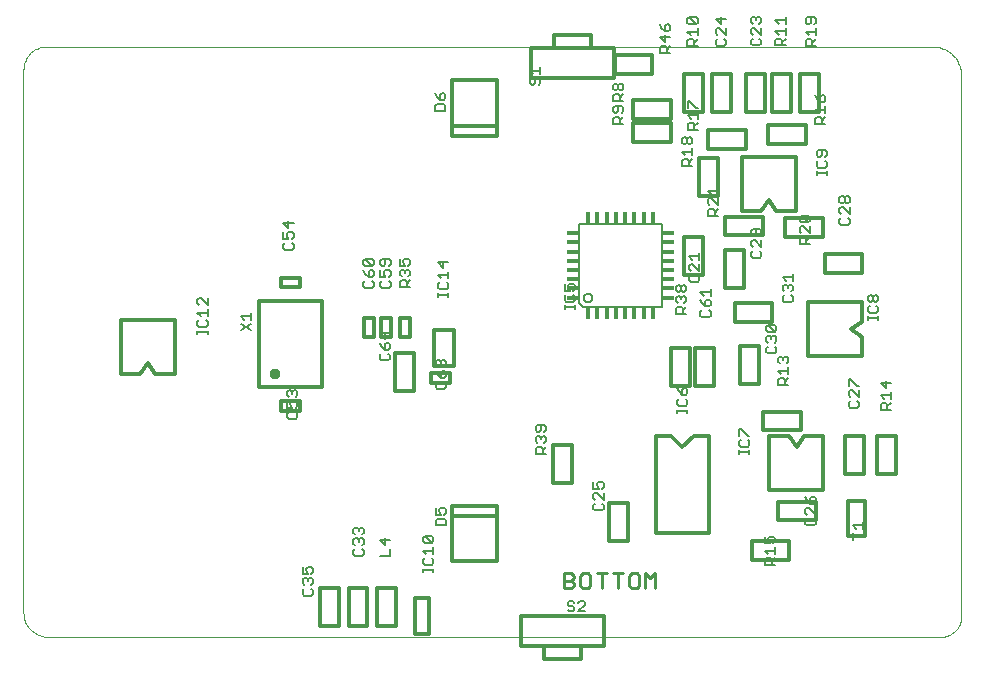
<source format=gbo>
G75*
G70*
%OFA0B0*%
%FSLAX24Y24*%
%IPPOS*%
%LPD*%
%AMOC8*
5,1,8,0,0,1.08239X$1,22.5*
%
%ADD10C,0.0090*%
%ADD11C,0.0000*%
%ADD12C,0.0118*%
%ADD13C,0.0050*%
%ADD14C,0.0060*%
%ADD15R,0.0390X0.0180*%
%ADD16R,0.0390X0.0180*%
%ADD17R,0.0180X0.0390*%
%ADD18R,0.0180X0.0390*%
%ADD19C,0.0375*%
D10*
X021592Y002532D02*
X021843Y002532D01*
X021926Y002615D01*
X021926Y002699D01*
X021843Y002782D01*
X021592Y002782D01*
X021592Y002532D02*
X021592Y003033D01*
X021843Y003033D01*
X021926Y002949D01*
X021926Y002866D01*
X021843Y002782D01*
X022136Y002615D02*
X022219Y002532D01*
X022386Y002532D01*
X022470Y002615D01*
X022470Y002949D01*
X022386Y003033D01*
X022219Y003033D01*
X022136Y002949D01*
X022136Y002615D01*
X022680Y003033D02*
X023014Y003033D01*
X022847Y003033D02*
X022847Y002532D01*
X023390Y002532D02*
X023390Y003033D01*
X023223Y003033D02*
X023557Y003033D01*
X023767Y002949D02*
X023767Y002615D01*
X023851Y002532D01*
X024018Y002532D01*
X024101Y002615D01*
X024101Y002949D01*
X024018Y003033D01*
X023851Y003033D01*
X023767Y002949D01*
X024311Y003033D02*
X024478Y002866D01*
X024645Y003033D01*
X024645Y002532D01*
X024311Y002532D02*
X024311Y003033D01*
D11*
X003578Y001721D02*
X003578Y019817D01*
X003580Y019872D01*
X003586Y019927D01*
X003596Y019981D01*
X003609Y020034D01*
X003627Y020086D01*
X003648Y020137D01*
X003672Y020187D01*
X003700Y020234D01*
X003732Y020279D01*
X003766Y020322D01*
X003804Y020362D01*
X003844Y020400D01*
X003887Y020434D01*
X003932Y020466D01*
X003979Y020494D01*
X004029Y020518D01*
X004080Y020539D01*
X004132Y020557D01*
X004185Y020570D01*
X004239Y020580D01*
X004294Y020586D01*
X004349Y020588D01*
X033873Y020588D01*
X033933Y020586D01*
X033994Y020580D01*
X034053Y020571D01*
X034112Y020558D01*
X034170Y020541D01*
X034227Y020520D01*
X034283Y020496D01*
X034336Y020469D01*
X034388Y020438D01*
X034438Y020404D01*
X034486Y020367D01*
X034532Y020327D01*
X034574Y020285D01*
X034614Y020239D01*
X034651Y020191D01*
X034685Y020141D01*
X034716Y020089D01*
X034743Y020036D01*
X034767Y019980D01*
X034788Y019923D01*
X034805Y019865D01*
X034818Y019806D01*
X034827Y019747D01*
X034833Y019686D01*
X034835Y019626D01*
X034834Y019626D02*
X034834Y001576D01*
X034832Y001526D01*
X034827Y001477D01*
X034817Y001428D01*
X034805Y001381D01*
X034788Y001334D01*
X034768Y001288D01*
X034745Y001245D01*
X034719Y001203D01*
X034689Y001163D01*
X034657Y001125D01*
X034622Y001090D01*
X034584Y001058D01*
X034544Y001028D01*
X034503Y001002D01*
X034459Y000979D01*
X034413Y000959D01*
X034366Y000942D01*
X034319Y000930D01*
X034270Y000920D01*
X034221Y000915D01*
X034171Y000913D01*
X004387Y000913D01*
X004332Y000915D01*
X004277Y000921D01*
X004223Y000930D01*
X004169Y000943D01*
X004116Y000960D01*
X004065Y000980D01*
X004015Y001004D01*
X003967Y001031D01*
X003921Y001061D01*
X003877Y001094D01*
X003835Y001130D01*
X003796Y001169D01*
X003760Y001211D01*
X003727Y001255D01*
X003697Y001301D01*
X003670Y001349D01*
X003646Y001399D01*
X003626Y001450D01*
X003609Y001503D01*
X003596Y001557D01*
X003587Y001611D01*
X003581Y001666D01*
X003579Y001721D01*
D12*
X013476Y001264D02*
X014106Y001264D01*
X014106Y002524D01*
X013476Y002524D01*
X013476Y001264D01*
X014414Y001264D02*
X015044Y001264D01*
X015044Y002524D01*
X014414Y002524D01*
X014414Y001264D01*
X015352Y001264D02*
X015981Y001264D01*
X015981Y002524D01*
X015352Y002524D01*
X015352Y001264D01*
X016614Y001007D02*
X017094Y001007D01*
X017094Y002207D01*
X016614Y002207D01*
X016614Y001007D01*
X020167Y000606D02*
X020916Y000606D01*
X022167Y000606D01*
X022167Y000169D01*
X020916Y000169D01*
X020916Y000606D01*
X020167Y000606D02*
X020167Y001606D01*
X022916Y001606D01*
X022916Y000606D01*
X022167Y000606D01*
X019352Y003431D02*
X017856Y003431D01*
X017856Y004947D01*
X019352Y004947D01*
X019352Y003431D01*
X019352Y004947D02*
X019352Y005281D01*
X017856Y005281D01*
X017856Y004947D01*
X021226Y006039D02*
X021856Y006039D01*
X021856Y007299D01*
X021226Y007299D01*
X021226Y006039D01*
X023102Y005361D02*
X023731Y005361D01*
X023731Y004101D01*
X023102Y004101D01*
X023102Y005361D01*
X024667Y004361D02*
X024667Y007601D01*
X025167Y007601D01*
X025167Y007607D02*
X025541Y007232D01*
X025917Y007607D01*
X025917Y007601D02*
X026417Y007601D01*
X026417Y004361D01*
X024667Y004361D01*
X027849Y004109D02*
X027849Y003479D01*
X029109Y003479D01*
X029109Y004109D01*
X027849Y004109D01*
X028724Y004791D02*
X029984Y004791D01*
X029984Y005421D01*
X028724Y005421D01*
X028724Y004791D01*
X028439Y005801D02*
X028439Y007601D01*
X029039Y007601D01*
X029104Y007607D02*
X029354Y007231D01*
X029604Y007607D01*
X029639Y007601D02*
X030239Y007601D01*
X030239Y005801D01*
X028439Y005801D01*
X030976Y006351D02*
X031606Y006351D01*
X031606Y007611D01*
X030976Y007611D01*
X030976Y006351D01*
X032039Y006351D02*
X032669Y006351D01*
X032669Y007611D01*
X032039Y007611D01*
X032039Y006351D01*
X031630Y005447D02*
X031078Y005447D01*
X031078Y004266D01*
X031630Y004266D01*
X031630Y005447D01*
X029484Y007792D02*
X028224Y007792D01*
X028224Y008422D01*
X029484Y008422D01*
X029484Y007792D01*
X028106Y009351D02*
X027476Y009351D01*
X027476Y010611D01*
X028106Y010611D01*
X028106Y009351D01*
X026606Y009289D02*
X026606Y010549D01*
X025976Y010549D01*
X025976Y009289D01*
X026606Y009289D01*
X025794Y009289D02*
X025794Y010549D01*
X025164Y010549D01*
X025164Y009289D01*
X025794Y009289D01*
X027287Y011416D02*
X028546Y011416D01*
X028546Y012046D01*
X027287Y012046D01*
X027287Y011416D01*
X026976Y012539D02*
X027606Y012539D01*
X027606Y013799D01*
X026976Y013799D01*
X026976Y012539D01*
X026231Y012977D02*
X026231Y014237D01*
X025602Y014237D01*
X025602Y012977D01*
X026231Y012977D01*
X026974Y014292D02*
X028234Y014292D01*
X028234Y014922D01*
X026974Y014922D01*
X026974Y014292D01*
X027531Y015111D02*
X028131Y015111D01*
X028166Y015106D02*
X028417Y015481D01*
X028666Y015106D01*
X028731Y015111D02*
X029331Y015111D01*
X029331Y016911D01*
X027531Y016911D01*
X027531Y015111D01*
X026731Y015601D02*
X026102Y015601D01*
X026102Y016861D01*
X026731Y016861D01*
X026731Y015601D01*
X028974Y014859D02*
X028974Y014229D01*
X030234Y014229D01*
X030234Y014859D01*
X028974Y014859D01*
X030287Y013671D02*
X030287Y013041D01*
X031546Y013041D01*
X031546Y013671D01*
X030287Y013671D01*
X029737Y012084D02*
X031537Y012084D01*
X031537Y011484D01*
X031542Y011419D02*
X031167Y011169D01*
X031542Y010919D01*
X031537Y010884D02*
X031537Y010284D01*
X029737Y010284D01*
X029737Y012084D01*
X027671Y017166D02*
X026411Y017166D01*
X026411Y017796D01*
X027671Y017796D01*
X027671Y017166D01*
X028411Y017354D02*
X029671Y017354D01*
X029671Y017984D01*
X028411Y017984D01*
X028411Y017354D01*
X028294Y018414D02*
X027664Y018414D01*
X027664Y019674D01*
X028294Y019674D01*
X028294Y018414D01*
X028539Y018414D02*
X029169Y018414D01*
X029169Y019674D01*
X028539Y019674D01*
X028539Y018414D01*
X029476Y018414D02*
X030106Y018414D01*
X030106Y019674D01*
X029476Y019674D01*
X029476Y018414D01*
X027169Y018414D02*
X026539Y018414D01*
X026539Y019674D01*
X027169Y019674D01*
X027169Y018414D01*
X026231Y018414D02*
X025602Y018414D01*
X025602Y019674D01*
X026231Y019674D01*
X026231Y018414D01*
X025171Y018166D02*
X025171Y018796D01*
X023911Y018796D01*
X023911Y018166D01*
X025171Y018166D01*
X025171Y018046D02*
X023911Y018046D01*
X023911Y017416D01*
X025171Y017416D01*
X025171Y018046D01*
X024546Y019666D02*
X023287Y019666D01*
X023287Y020296D01*
X024546Y020296D01*
X024546Y019666D01*
X023251Y019541D02*
X023251Y020541D01*
X022501Y020541D01*
X021251Y020541D01*
X021251Y020979D01*
X022501Y020979D01*
X022501Y020541D01*
X023251Y019541D02*
X020501Y019541D01*
X020501Y020541D01*
X021251Y020541D01*
X019352Y019469D02*
X019352Y017953D01*
X017856Y017953D01*
X017856Y019469D01*
X019352Y019469D01*
X019352Y017953D02*
X019352Y017619D01*
X017856Y017619D01*
X017856Y017953D01*
X012794Y012889D02*
X012164Y012889D01*
X012164Y012574D01*
X012794Y012574D01*
X012794Y012889D01*
X013542Y012106D02*
X011417Y012106D01*
X011417Y009231D01*
X013542Y009231D01*
X013542Y012106D01*
X014946Y011546D02*
X015261Y011546D01*
X015261Y010916D01*
X014946Y010916D01*
X014946Y011546D01*
X015509Y011546D02*
X015824Y011546D01*
X015824Y010916D01*
X015509Y010916D01*
X015509Y011546D01*
X016134Y011546D02*
X016449Y011546D01*
X016449Y010916D01*
X016134Y010916D01*
X016134Y011546D01*
X017269Y011154D02*
X017939Y011154D01*
X017939Y009934D01*
X017269Y009934D01*
X017269Y011154D01*
X016606Y010361D02*
X015976Y010361D01*
X015976Y009101D01*
X016606Y009101D01*
X016606Y010361D01*
X017164Y009701D02*
X017164Y009387D01*
X017794Y009387D01*
X017794Y009701D01*
X017164Y009701D01*
X012794Y008764D02*
X012794Y008449D01*
X012164Y008449D01*
X012164Y008764D01*
X012794Y008764D01*
X008644Y009674D02*
X008044Y009674D01*
X007979Y009669D02*
X007729Y010044D01*
X007479Y009669D01*
X007444Y009674D02*
X006844Y009674D01*
X006844Y011474D01*
X008644Y011474D01*
X008644Y009674D01*
D13*
X009371Y011001D02*
X009371Y011116D01*
X009371Y011059D02*
X009715Y011059D01*
X009715Y011116D02*
X009715Y011001D01*
X009658Y011243D02*
X009429Y011243D01*
X009371Y011300D01*
X009371Y011415D01*
X009429Y011472D01*
X009486Y011605D02*
X009371Y011720D01*
X009715Y011720D01*
X009715Y011605D02*
X009715Y011835D01*
X009715Y011968D02*
X009486Y012197D01*
X009429Y012197D01*
X009371Y012140D01*
X009371Y012025D01*
X009429Y011968D01*
X009715Y011968D02*
X009715Y012197D01*
X009658Y011472D02*
X009715Y011415D01*
X009715Y011300D01*
X009658Y011243D01*
X010816Y011352D02*
X011160Y011123D01*
X011160Y011352D02*
X010816Y011123D01*
X010931Y011485D02*
X010816Y011600D01*
X011160Y011600D01*
X011160Y011485D02*
X011160Y011715D01*
X012296Y013807D02*
X012525Y013807D01*
X012582Y013864D01*
X012582Y013979D01*
X012525Y014036D01*
X012525Y014169D02*
X012582Y014227D01*
X012582Y014341D01*
X012525Y014399D01*
X012411Y014399D01*
X012353Y014341D01*
X012353Y014284D01*
X012411Y014169D01*
X012239Y014169D01*
X012239Y014399D01*
X012411Y014532D02*
X012411Y014761D01*
X012582Y014704D02*
X012239Y014704D01*
X012411Y014532D01*
X012296Y014036D02*
X012239Y013979D01*
X012239Y013864D01*
X012296Y013807D01*
X014909Y013440D02*
X014909Y013325D01*
X014967Y013268D01*
X015196Y013268D01*
X014967Y013497D01*
X015196Y013497D01*
X015253Y013440D01*
X015253Y013325D01*
X015196Y013268D01*
X015196Y013135D02*
X015139Y013135D01*
X015081Y013077D01*
X015081Y012906D01*
X015196Y012906D01*
X015253Y012963D01*
X015253Y013077D01*
X015196Y013135D01*
X014967Y013020D02*
X015081Y012906D01*
X014967Y013020D02*
X014909Y013135D01*
X014967Y012772D02*
X014909Y012715D01*
X014909Y012600D01*
X014967Y012543D01*
X015196Y012543D01*
X015253Y012600D01*
X015253Y012715D01*
X015196Y012772D01*
X015472Y012715D02*
X015472Y012600D01*
X015529Y012543D01*
X015759Y012543D01*
X015816Y012600D01*
X015816Y012715D01*
X015759Y012772D01*
X015759Y012906D02*
X015816Y012963D01*
X015816Y013077D01*
X015759Y013135D01*
X015644Y013135D01*
X015587Y013077D01*
X015587Y013020D01*
X015644Y012906D01*
X015472Y012906D01*
X015472Y013135D01*
X015529Y013268D02*
X015587Y013268D01*
X015644Y013325D01*
X015644Y013497D01*
X015759Y013497D02*
X015529Y013497D01*
X015472Y013440D01*
X015472Y013325D01*
X015529Y013268D01*
X015759Y013268D02*
X015816Y013325D01*
X015816Y013440D01*
X015759Y013497D01*
X016126Y013517D02*
X016126Y013288D01*
X016298Y013288D01*
X016240Y013403D01*
X016240Y013460D01*
X016298Y013517D01*
X016412Y013517D01*
X016469Y013460D01*
X016469Y013345D01*
X016412Y013288D01*
X016412Y013155D02*
X016469Y013098D01*
X016469Y012983D01*
X016412Y012926D01*
X016469Y012792D02*
X016355Y012678D01*
X016355Y012735D02*
X016355Y012563D01*
X016469Y012563D02*
X016126Y012563D01*
X016126Y012735D01*
X016183Y012792D01*
X016298Y012792D01*
X016355Y012735D01*
X016183Y012926D02*
X016126Y012983D01*
X016126Y013098D01*
X016183Y013155D01*
X016240Y013155D01*
X016298Y013098D01*
X016355Y013155D01*
X016412Y013155D01*
X016298Y013098D02*
X016298Y013040D01*
X015529Y012772D02*
X015472Y012715D01*
X014909Y013440D02*
X014967Y013497D01*
X017395Y013393D02*
X017567Y013221D01*
X017567Y013450D01*
X017739Y013393D02*
X017395Y013393D01*
X017395Y012973D02*
X017739Y012973D01*
X017739Y013087D02*
X017739Y012858D01*
X017681Y012725D02*
X017739Y012668D01*
X017739Y012553D01*
X017681Y012496D01*
X017452Y012496D01*
X017395Y012553D01*
X017395Y012668D01*
X017452Y012725D01*
X017509Y012858D02*
X017395Y012973D01*
X017395Y012369D02*
X017395Y012254D01*
X017395Y012311D02*
X017739Y012311D01*
X017739Y012254D02*
X017739Y012369D01*
X015794Y011023D02*
X015450Y011023D01*
X015622Y010851D01*
X015622Y011080D01*
X015679Y010717D02*
X015622Y010660D01*
X015622Y010488D01*
X015737Y010488D01*
X015794Y010546D01*
X015794Y010660D01*
X015737Y010717D01*
X015679Y010717D01*
X015507Y010603D02*
X015622Y010488D01*
X015507Y010603D02*
X015450Y010717D01*
X015507Y010355D02*
X015450Y010298D01*
X015450Y010183D01*
X015507Y010126D01*
X015737Y010126D01*
X015794Y010183D01*
X015794Y010298D01*
X015737Y010355D01*
X017313Y010085D02*
X017371Y010143D01*
X017428Y010143D01*
X017485Y010085D01*
X017543Y010143D01*
X017600Y010143D01*
X017657Y010085D01*
X017657Y009971D01*
X017600Y009913D01*
X017600Y009780D02*
X017543Y009780D01*
X017485Y009723D01*
X017485Y009551D01*
X017600Y009551D01*
X017657Y009608D01*
X017657Y009723D01*
X017600Y009780D01*
X017371Y009665D02*
X017485Y009551D01*
X017371Y009665D02*
X017313Y009780D01*
X017371Y009913D02*
X017313Y009971D01*
X017313Y010085D01*
X017485Y010085D02*
X017485Y010028D01*
X017371Y009418D02*
X017313Y009360D01*
X017313Y009246D01*
X017371Y009188D01*
X017600Y009188D01*
X017657Y009246D01*
X017657Y009360D01*
X017600Y009418D01*
X020653Y007911D02*
X020653Y007797D01*
X020711Y007739D01*
X020768Y007739D01*
X020825Y007797D01*
X020825Y007969D01*
X020711Y007969D02*
X020653Y007911D01*
X020711Y007969D02*
X020940Y007969D01*
X020997Y007911D01*
X020997Y007797D01*
X020940Y007739D01*
X020940Y007606D02*
X020997Y007549D01*
X020997Y007434D01*
X020940Y007377D01*
X020997Y007244D02*
X020883Y007129D01*
X020883Y007186D02*
X020883Y007014D01*
X020997Y007014D02*
X020653Y007014D01*
X020653Y007186D01*
X020711Y007244D01*
X020825Y007244D01*
X020883Y007186D01*
X020711Y007377D02*
X020653Y007434D01*
X020653Y007549D01*
X020711Y007606D01*
X020768Y007606D01*
X020825Y007549D01*
X020883Y007606D01*
X020940Y007606D01*
X020825Y007549D02*
X020825Y007491D01*
X022575Y006080D02*
X022575Y005851D01*
X022747Y005851D01*
X022690Y005965D01*
X022690Y006023D01*
X022747Y006080D01*
X022862Y006080D01*
X022919Y006023D01*
X022919Y005908D01*
X022862Y005851D01*
X022919Y005717D02*
X022919Y005488D01*
X022690Y005717D01*
X022632Y005717D01*
X022575Y005660D01*
X022575Y005546D01*
X022632Y005488D01*
X022632Y005355D02*
X022575Y005298D01*
X022575Y005183D01*
X022632Y005126D01*
X022862Y005126D01*
X022919Y005183D01*
X022919Y005298D01*
X022862Y005355D01*
X027430Y007014D02*
X027430Y007128D01*
X027430Y007071D02*
X027774Y007071D01*
X027774Y007014D02*
X027774Y007128D01*
X027717Y007255D02*
X027488Y007255D01*
X027430Y007312D01*
X027430Y007427D01*
X027488Y007484D01*
X027430Y007618D02*
X027430Y007847D01*
X027488Y007847D01*
X027717Y007618D01*
X027774Y007618D01*
X027717Y007484D02*
X027774Y007427D01*
X027774Y007312D01*
X027717Y007255D01*
X025704Y008372D02*
X025704Y008486D01*
X025704Y008429D02*
X025360Y008429D01*
X025360Y008372D02*
X025360Y008486D01*
X025417Y008613D02*
X025647Y008613D01*
X025704Y008671D01*
X025704Y008785D01*
X025647Y008843D01*
X025647Y008976D02*
X025704Y009033D01*
X025704Y009148D01*
X025647Y009205D01*
X025589Y009205D01*
X025532Y009148D01*
X025532Y008976D01*
X025647Y008976D01*
X025532Y008976D02*
X025417Y009091D01*
X025360Y009205D01*
X025417Y008843D02*
X025360Y008785D01*
X025360Y008671D01*
X025417Y008613D01*
X028335Y010413D02*
X028335Y010528D01*
X028392Y010585D01*
X028392Y010718D02*
X028335Y010775D01*
X028335Y010890D01*
X028392Y010947D01*
X028450Y010947D01*
X028507Y010890D01*
X028564Y010947D01*
X028622Y010947D01*
X028679Y010890D01*
X028679Y010775D01*
X028622Y010718D01*
X028622Y010585D02*
X028679Y010528D01*
X028679Y010413D01*
X028622Y010356D01*
X028392Y010356D01*
X028335Y010413D01*
X028726Y010195D02*
X028783Y010253D01*
X028841Y010253D01*
X028898Y010195D01*
X028955Y010253D01*
X029013Y010253D01*
X029070Y010195D01*
X029070Y010081D01*
X029013Y010024D01*
X029070Y009890D02*
X029070Y009661D01*
X029070Y009776D02*
X028726Y009776D01*
X028841Y009661D01*
X028898Y009528D02*
X028955Y009471D01*
X028955Y009299D01*
X028955Y009413D02*
X029070Y009528D01*
X028898Y009528D02*
X028783Y009528D01*
X028726Y009471D01*
X028726Y009299D01*
X029070Y009299D01*
X028783Y010024D02*
X028726Y010081D01*
X028726Y010195D01*
X028898Y010195D02*
X028898Y010138D01*
X028507Y010833D02*
X028507Y010890D01*
X028622Y011081D02*
X028392Y011310D01*
X028622Y011310D01*
X028679Y011253D01*
X028679Y011138D01*
X028622Y011081D01*
X028392Y011081D01*
X028335Y011138D01*
X028335Y011253D01*
X028392Y011310D01*
X028945Y012063D02*
X029174Y012063D01*
X029232Y012120D01*
X029232Y012235D01*
X029174Y012292D01*
X029174Y012426D02*
X029232Y012483D01*
X029232Y012598D01*
X029174Y012655D01*
X029117Y012655D01*
X029060Y012598D01*
X029060Y012540D01*
X029060Y012598D02*
X029002Y012655D01*
X028945Y012655D01*
X028888Y012598D01*
X028888Y012483D01*
X028945Y012426D01*
X028945Y012292D02*
X028888Y012235D01*
X028888Y012120D01*
X028945Y012063D01*
X029002Y012788D02*
X028888Y012903D01*
X029232Y012903D01*
X029232Y013017D02*
X029232Y012788D01*
X028179Y013600D02*
X028122Y013543D01*
X027892Y013543D01*
X027835Y013600D01*
X027835Y013715D01*
X027892Y013772D01*
X027892Y013906D02*
X027835Y013963D01*
X027835Y014077D01*
X027892Y014135D01*
X027950Y014135D01*
X028179Y013906D01*
X028179Y014135D01*
X028122Y014268D02*
X028179Y014325D01*
X028179Y014440D01*
X028122Y014497D01*
X027892Y014497D01*
X027835Y014440D01*
X027835Y014325D01*
X027892Y014268D01*
X027950Y014268D01*
X028007Y014325D01*
X028007Y014497D01*
X028122Y013772D02*
X028179Y013715D01*
X028179Y013600D01*
X029450Y014001D02*
X029450Y014173D01*
X029507Y014230D01*
X029622Y014230D01*
X029679Y014173D01*
X029679Y014001D01*
X029679Y014116D02*
X029794Y014230D01*
X029794Y014363D02*
X029565Y014593D01*
X029507Y014593D01*
X029450Y014535D01*
X029450Y014421D01*
X029507Y014363D01*
X029794Y014363D02*
X029794Y014593D01*
X029737Y014726D02*
X029507Y014726D01*
X029450Y014783D01*
X029450Y014898D01*
X029507Y014955D01*
X029737Y014726D01*
X029794Y014783D01*
X029794Y014898D01*
X029737Y014955D01*
X029507Y014955D01*
X030779Y015059D02*
X030836Y015002D01*
X030779Y015059D02*
X030779Y015174D01*
X030836Y015231D01*
X030894Y015231D01*
X031123Y015002D01*
X031123Y015231D01*
X031066Y015364D02*
X031008Y015364D01*
X030951Y015422D01*
X030951Y015536D01*
X031008Y015594D01*
X031066Y015594D01*
X031123Y015536D01*
X031123Y015422D01*
X031066Y015364D01*
X030951Y015422D02*
X030894Y015364D01*
X030836Y015364D01*
X030779Y015422D01*
X030779Y015536D01*
X030836Y015594D01*
X030894Y015594D01*
X030951Y015536D01*
X031066Y014869D02*
X031123Y014811D01*
X031123Y014697D01*
X031066Y014639D01*
X030836Y014639D01*
X030779Y014697D01*
X030779Y014811D01*
X030836Y014869D01*
X029794Y014001D02*
X029450Y014001D01*
X031724Y012255D02*
X031781Y012312D01*
X031839Y012312D01*
X031896Y012255D01*
X031896Y012140D01*
X031839Y012083D01*
X031781Y012083D01*
X031724Y012140D01*
X031724Y012255D01*
X031896Y012255D02*
X031953Y012312D01*
X032011Y012312D01*
X032068Y012255D01*
X032068Y012140D01*
X032011Y012083D01*
X031953Y012083D01*
X031896Y012140D01*
X032011Y011949D02*
X032068Y011892D01*
X032068Y011777D01*
X032011Y011720D01*
X031781Y011720D01*
X031724Y011777D01*
X031724Y011892D01*
X031781Y011949D01*
X031724Y011593D02*
X031724Y011478D01*
X031724Y011536D02*
X032068Y011536D01*
X032068Y011593D02*
X032068Y011478D01*
X032319Y009435D02*
X032319Y009205D01*
X032147Y009377D01*
X032491Y009377D01*
X032491Y009072D02*
X032491Y008843D01*
X032491Y008958D02*
X032147Y008958D01*
X032262Y008843D01*
X032319Y008710D02*
X032376Y008652D01*
X032376Y008480D01*
X032376Y008595D02*
X032491Y008710D01*
X032319Y008710D02*
X032204Y008710D01*
X032147Y008652D01*
X032147Y008480D01*
X032491Y008480D01*
X031429Y008600D02*
X031371Y008543D01*
X031142Y008543D01*
X031085Y008600D01*
X031085Y008715D01*
X031142Y008772D01*
X031142Y008906D02*
X031085Y008963D01*
X031085Y009077D01*
X031142Y009135D01*
X031199Y009135D01*
X031429Y008906D01*
X031429Y009135D01*
X031429Y009268D02*
X031371Y009268D01*
X031142Y009497D01*
X031085Y009497D01*
X031085Y009268D01*
X031371Y008772D02*
X031429Y008715D01*
X031429Y008600D01*
X029924Y005580D02*
X029867Y005580D01*
X029810Y005523D01*
X029810Y005351D01*
X029924Y005351D01*
X029982Y005408D01*
X029982Y005523D01*
X029924Y005580D01*
X029810Y005351D02*
X029695Y005465D01*
X029638Y005580D01*
X029695Y005217D02*
X029638Y005160D01*
X029638Y005046D01*
X029695Y004988D01*
X029695Y004855D02*
X029638Y004798D01*
X029638Y004683D01*
X029695Y004626D01*
X029924Y004626D01*
X029982Y004683D01*
X029982Y004798D01*
X029924Y004855D01*
X029982Y004988D02*
X029752Y005217D01*
X029695Y005217D01*
X029982Y005217D02*
X029982Y004988D01*
X031218Y004629D02*
X031332Y004515D01*
X031218Y004629D02*
X031562Y004629D01*
X031562Y004515D02*
X031562Y004744D01*
X031562Y004267D02*
X031218Y004267D01*
X031218Y004381D02*
X031218Y004152D01*
X028633Y004195D02*
X028633Y004081D01*
X028576Y004024D01*
X028461Y004024D02*
X028404Y004138D01*
X028404Y004195D01*
X028461Y004253D01*
X028576Y004253D01*
X028633Y004195D01*
X028461Y004024D02*
X028289Y004024D01*
X028289Y004253D01*
X028289Y003776D02*
X028633Y003776D01*
X028633Y003890D02*
X028633Y003661D01*
X028633Y003528D02*
X028518Y003413D01*
X028518Y003471D02*
X028518Y003299D01*
X028633Y003299D02*
X028289Y003299D01*
X028289Y003471D01*
X028346Y003528D01*
X028461Y003528D01*
X028518Y003471D01*
X028404Y003661D02*
X028289Y003776D01*
X022308Y002043D02*
X022251Y002100D01*
X022136Y002100D01*
X022079Y002043D01*
X021945Y002043D02*
X021888Y002100D01*
X021773Y002100D01*
X021716Y002043D01*
X021716Y001986D01*
X021773Y001928D01*
X021888Y001928D01*
X021945Y001871D01*
X021945Y001814D01*
X021888Y001756D01*
X021773Y001756D01*
X021716Y001814D01*
X022079Y001756D02*
X022308Y001986D01*
X022308Y002043D01*
X022308Y001756D02*
X022079Y001756D01*
X017669Y004623D02*
X017669Y004795D01*
X017612Y004853D01*
X017383Y004853D01*
X017326Y004795D01*
X017326Y004623D01*
X017669Y004623D01*
X017612Y004986D02*
X017669Y005043D01*
X017669Y005158D01*
X017612Y005215D01*
X017498Y005215D01*
X017440Y005158D01*
X017440Y005100D01*
X017498Y004986D01*
X017326Y004986D01*
X017326Y005215D01*
X017181Y004262D02*
X016952Y004262D01*
X017181Y004033D01*
X017239Y004090D01*
X017239Y004205D01*
X017181Y004262D01*
X016952Y004262D02*
X016895Y004205D01*
X016895Y004090D01*
X016952Y004033D01*
X017181Y004033D01*
X017239Y003900D02*
X017239Y003670D01*
X017239Y003785D02*
X016895Y003785D01*
X017009Y003670D01*
X016952Y003537D02*
X016895Y003480D01*
X016895Y003365D01*
X016952Y003308D01*
X017181Y003308D01*
X017239Y003365D01*
X017239Y003480D01*
X017181Y003537D01*
X017239Y003181D02*
X017239Y003066D01*
X017239Y003124D02*
X016895Y003124D01*
X016895Y003181D02*
X016895Y003066D01*
X015794Y003601D02*
X015794Y003830D01*
X015622Y003963D02*
X015622Y004193D01*
X015450Y004135D02*
X015622Y003963D01*
X015794Y004135D02*
X015450Y004135D01*
X014919Y004135D02*
X014919Y004021D01*
X014862Y003963D01*
X014862Y003830D02*
X014919Y003773D01*
X014919Y003658D01*
X014862Y003601D01*
X014632Y003601D01*
X014575Y003658D01*
X014575Y003773D01*
X014632Y003830D01*
X014632Y003963D02*
X014575Y004021D01*
X014575Y004135D01*
X014632Y004193D01*
X014690Y004193D01*
X014747Y004135D01*
X014804Y004193D01*
X014862Y004193D01*
X014919Y004135D01*
X014747Y004135D02*
X014747Y004078D01*
X014632Y004326D02*
X014575Y004383D01*
X014575Y004498D01*
X014632Y004555D01*
X014690Y004555D01*
X014747Y004498D01*
X014804Y004555D01*
X014862Y004555D01*
X014919Y004498D01*
X014919Y004383D01*
X014862Y004326D01*
X014747Y004441D02*
X014747Y004498D01*
X015450Y003601D02*
X015794Y003601D01*
X013231Y003185D02*
X013231Y003071D01*
X013174Y003013D01*
X013059Y003013D02*
X013002Y003128D01*
X013002Y003185D01*
X013059Y003243D01*
X013174Y003243D01*
X013231Y003185D01*
X013059Y003013D02*
X012887Y003013D01*
X012887Y003243D01*
X012945Y002880D02*
X013002Y002880D01*
X013059Y002823D01*
X013117Y002880D01*
X013174Y002880D01*
X013231Y002823D01*
X013231Y002708D01*
X013174Y002651D01*
X013174Y002518D02*
X013231Y002460D01*
X013231Y002346D01*
X013174Y002288D01*
X012945Y002288D01*
X012887Y002346D01*
X012887Y002460D01*
X012945Y002518D01*
X012945Y002651D02*
X012887Y002708D01*
X012887Y002823D01*
X012945Y002880D01*
X013059Y002823D02*
X013059Y002765D01*
X012650Y008182D02*
X012421Y008182D01*
X012363Y008239D01*
X012363Y008354D01*
X012421Y008411D01*
X012363Y008544D02*
X012535Y008544D01*
X012478Y008659D01*
X012478Y008716D01*
X012535Y008773D01*
X012650Y008773D01*
X012707Y008716D01*
X012707Y008601D01*
X012650Y008544D01*
X012650Y008411D02*
X012707Y008354D01*
X012707Y008239D01*
X012650Y008182D01*
X012363Y008544D02*
X012363Y008773D01*
X012421Y008907D02*
X012363Y008964D01*
X012363Y009079D01*
X012421Y009136D01*
X012478Y009136D01*
X012535Y009079D01*
X012593Y009136D01*
X012650Y009136D01*
X012707Y009079D01*
X012707Y008964D01*
X012650Y008907D01*
X012535Y009021D02*
X012535Y009079D01*
X021618Y011848D02*
X021618Y011962D01*
X021618Y011905D02*
X021962Y011905D01*
X021962Y011848D02*
X021962Y011962D01*
X021904Y012089D02*
X021962Y012147D01*
X021962Y012261D01*
X021904Y012319D01*
X021904Y012452D02*
X021962Y012509D01*
X021962Y012624D01*
X021904Y012681D01*
X021790Y012681D01*
X021732Y012624D01*
X021732Y012567D01*
X021790Y012452D01*
X021618Y012452D01*
X021618Y012681D01*
X021675Y012319D02*
X021618Y012261D01*
X021618Y012147D01*
X021675Y012089D01*
X021904Y012089D01*
X025325Y012108D02*
X025382Y012050D01*
X025325Y012108D02*
X025325Y012222D01*
X025382Y012280D01*
X025440Y012280D01*
X025497Y012222D01*
X025554Y012280D01*
X025612Y012280D01*
X025669Y012222D01*
X025669Y012108D01*
X025612Y012050D01*
X025669Y011917D02*
X025554Y011803D01*
X025554Y011860D02*
X025554Y011688D01*
X025669Y011688D02*
X025325Y011688D01*
X025325Y011860D01*
X025382Y011917D01*
X025497Y011917D01*
X025554Y011860D01*
X025497Y012165D02*
X025497Y012222D01*
X025440Y012413D02*
X025382Y012413D01*
X025325Y012470D01*
X025325Y012585D01*
X025382Y012642D01*
X025440Y012642D01*
X025497Y012585D01*
X025497Y012470D01*
X025440Y012413D01*
X025497Y012470D02*
X025554Y012413D01*
X025612Y012413D01*
X025669Y012470D01*
X025669Y012585D01*
X025612Y012642D01*
X025554Y012642D01*
X025497Y012585D01*
X025763Y012808D02*
X025820Y012751D01*
X026049Y012751D01*
X026106Y012808D01*
X026106Y012923D01*
X026049Y012980D01*
X026106Y013113D02*
X025877Y013343D01*
X025820Y013343D01*
X025763Y013285D01*
X025763Y013171D01*
X025820Y013113D01*
X025820Y012980D02*
X025763Y012923D01*
X025763Y012808D01*
X026106Y013113D02*
X026106Y013343D01*
X026106Y013476D02*
X026106Y013705D01*
X026106Y013591D02*
X025763Y013591D01*
X025877Y013476D01*
X026481Y012517D02*
X026481Y012288D01*
X026481Y012403D02*
X026137Y012403D01*
X026252Y012288D01*
X026137Y012155D02*
X026195Y012040D01*
X026309Y011926D01*
X026309Y012098D01*
X026367Y012155D01*
X026424Y012155D01*
X026481Y012098D01*
X026481Y011983D01*
X026424Y011926D01*
X026309Y011926D01*
X026195Y011792D02*
X026137Y011735D01*
X026137Y011620D01*
X026195Y011563D01*
X026424Y011563D01*
X026481Y011620D01*
X026481Y011735D01*
X026424Y011792D01*
X026388Y014938D02*
X026388Y015110D01*
X026445Y015168D01*
X026560Y015168D01*
X026617Y015110D01*
X026617Y014938D01*
X026732Y014938D02*
X026388Y014938D01*
X026617Y015053D02*
X026732Y015168D01*
X026732Y015301D02*
X026502Y015530D01*
X026445Y015530D01*
X026388Y015473D01*
X026388Y015358D01*
X026445Y015301D01*
X026732Y015301D02*
X026732Y015530D01*
X026732Y015663D02*
X026732Y015893D01*
X026732Y015778D02*
X026388Y015778D01*
X026502Y015663D01*
X025866Y016606D02*
X025522Y016606D01*
X025522Y016778D01*
X025580Y016835D01*
X025694Y016835D01*
X025752Y016778D01*
X025752Y016606D01*
X025752Y016720D02*
X025866Y016835D01*
X025866Y016968D02*
X025866Y017197D01*
X025866Y017083D02*
X025522Y017083D01*
X025637Y016968D01*
X025637Y017331D02*
X025580Y017331D01*
X025522Y017388D01*
X025522Y017503D01*
X025580Y017560D01*
X025637Y017560D01*
X025694Y017503D01*
X025694Y017388D01*
X025637Y017331D01*
X025694Y017388D02*
X025752Y017331D01*
X025809Y017331D01*
X025866Y017388D01*
X025866Y017503D01*
X025809Y017560D01*
X025752Y017560D01*
X025694Y017503D01*
X025716Y017819D02*
X025716Y017991D01*
X025773Y018048D01*
X025888Y018048D01*
X025945Y017991D01*
X025945Y017819D01*
X025945Y017933D02*
X026060Y018048D01*
X026060Y018181D02*
X026060Y018410D01*
X026060Y018296D02*
X025716Y018296D01*
X025831Y018181D01*
X025716Y017819D02*
X026060Y017819D01*
X026060Y018544D02*
X026003Y018544D01*
X025773Y018773D01*
X025716Y018773D01*
X025716Y018544D01*
X023570Y018547D02*
X023513Y018604D01*
X023283Y018604D01*
X023226Y018547D01*
X023226Y018432D01*
X023283Y018375D01*
X023341Y018375D01*
X023398Y018432D01*
X023398Y018604D01*
X023455Y018762D02*
X023455Y018934D01*
X023398Y018992D01*
X023283Y018992D01*
X023226Y018934D01*
X023226Y018762D01*
X023570Y018762D01*
X023455Y018877D02*
X023570Y018992D01*
X023513Y019125D02*
X023455Y019125D01*
X023398Y019182D01*
X023398Y019297D01*
X023455Y019354D01*
X023513Y019354D01*
X023570Y019297D01*
X023570Y019182D01*
X023513Y019125D01*
X023398Y019182D02*
X023341Y019125D01*
X023283Y019125D01*
X023226Y019182D01*
X023226Y019297D01*
X023283Y019354D01*
X023341Y019354D01*
X023398Y019297D01*
X023570Y018547D02*
X023570Y018432D01*
X023513Y018375D01*
X023570Y018242D02*
X023455Y018127D01*
X023455Y018184D02*
X023455Y018012D01*
X023570Y018012D02*
X023226Y018012D01*
X023226Y018184D01*
X023283Y018242D01*
X023398Y018242D01*
X023455Y018184D01*
X020807Y019365D02*
X020750Y019308D01*
X020807Y019365D02*
X020807Y019480D01*
X020750Y019537D01*
X020693Y019537D01*
X020635Y019480D01*
X020635Y019365D01*
X020578Y019308D01*
X020521Y019308D01*
X020463Y019365D01*
X020463Y019480D01*
X020521Y019537D01*
X020578Y019670D02*
X020463Y019785D01*
X020807Y019785D01*
X020807Y019670D02*
X020807Y019900D01*
X017642Y018978D02*
X017584Y019036D01*
X017527Y019036D01*
X017470Y018978D01*
X017470Y018806D01*
X017584Y018806D01*
X017642Y018864D01*
X017642Y018978D01*
X017470Y018806D02*
X017355Y018921D01*
X017298Y019036D01*
X017355Y018673D02*
X017298Y018616D01*
X017298Y018444D01*
X017642Y018444D01*
X017642Y018616D01*
X017584Y018673D01*
X017355Y018673D01*
X024789Y020369D02*
X024789Y020541D01*
X024846Y020599D01*
X024961Y020599D01*
X025018Y020541D01*
X025018Y020369D01*
X025132Y020369D02*
X024789Y020369D01*
X025018Y020484D02*
X025132Y020599D01*
X024961Y020732D02*
X024961Y020961D01*
X024961Y021094D02*
X024961Y021266D01*
X025018Y021324D01*
X025075Y021324D01*
X025132Y021266D01*
X025132Y021152D01*
X025075Y021094D01*
X024961Y021094D01*
X024846Y021209D01*
X024789Y021324D01*
X024789Y020904D02*
X024961Y020732D01*
X025132Y020904D02*
X024789Y020904D01*
X025710Y020778D02*
X025710Y020606D01*
X026054Y020606D01*
X025939Y020606D02*
X025939Y020778D01*
X025882Y020835D01*
X025767Y020835D01*
X025710Y020778D01*
X025824Y020968D02*
X025710Y021083D01*
X026054Y021083D01*
X026054Y021197D02*
X026054Y020968D01*
X026054Y020835D02*
X025939Y020720D01*
X026647Y020663D02*
X026704Y020606D01*
X026934Y020606D01*
X026991Y020663D01*
X026991Y020778D01*
X026934Y020835D01*
X026991Y020968D02*
X026762Y021197D01*
X026704Y021197D01*
X026647Y021140D01*
X026647Y021025D01*
X026704Y020968D01*
X026704Y020835D02*
X026647Y020778D01*
X026647Y020663D01*
X026991Y020968D02*
X026991Y021197D01*
X026819Y021331D02*
X026819Y021560D01*
X026647Y021503D02*
X026819Y021331D01*
X026991Y021503D02*
X026647Y021503D01*
X026054Y021503D02*
X026054Y021388D01*
X025996Y021331D01*
X025767Y021560D01*
X025996Y021560D01*
X026054Y021503D01*
X025996Y021331D02*
X025767Y021331D01*
X025710Y021388D01*
X025710Y021503D01*
X025767Y021560D01*
X027825Y021523D02*
X027825Y021408D01*
X027882Y021351D01*
X027882Y021217D02*
X027825Y021160D01*
X027825Y021046D01*
X027882Y020988D01*
X027882Y020855D02*
X027825Y020798D01*
X027825Y020683D01*
X027882Y020626D01*
X028112Y020626D01*
X028169Y020683D01*
X028169Y020798D01*
X028112Y020855D01*
X028169Y020988D02*
X027940Y021217D01*
X027882Y021217D01*
X028112Y021351D02*
X028169Y021408D01*
X028169Y021523D01*
X028112Y021580D01*
X028054Y021580D01*
X027997Y021523D01*
X027997Y021465D01*
X027997Y021523D02*
X027940Y021580D01*
X027882Y021580D01*
X027825Y021523D01*
X028169Y021217D02*
X028169Y020988D01*
X028638Y021103D02*
X028982Y021103D01*
X028982Y021217D02*
X028982Y020988D01*
X028982Y020855D02*
X028867Y020740D01*
X028867Y020798D02*
X028867Y020626D01*
X028982Y020626D02*
X028638Y020626D01*
X028638Y020798D01*
X028695Y020855D01*
X028810Y020855D01*
X028867Y020798D01*
X028752Y020988D02*
X028638Y021103D01*
X028752Y021351D02*
X028638Y021465D01*
X028982Y021465D01*
X028982Y021351D02*
X028982Y021580D01*
X029647Y021503D02*
X029647Y021388D01*
X029704Y021331D01*
X029762Y021331D01*
X029819Y021388D01*
X029819Y021560D01*
X029704Y021560D02*
X029647Y021503D01*
X029704Y021560D02*
X029934Y021560D01*
X029991Y021503D01*
X029991Y021388D01*
X029934Y021331D01*
X029991Y021197D02*
X029991Y020968D01*
X029991Y021083D02*
X029647Y021083D01*
X029762Y020968D01*
X029819Y020835D02*
X029876Y020778D01*
X029876Y020606D01*
X029876Y020720D02*
X029991Y020835D01*
X029819Y020835D02*
X029704Y020835D01*
X029647Y020778D01*
X029647Y020606D01*
X029991Y020606D01*
X029966Y018960D02*
X030023Y018846D01*
X030138Y018731D01*
X030138Y018903D01*
X030195Y018960D01*
X030253Y018960D01*
X030310Y018903D01*
X030310Y018788D01*
X030253Y018731D01*
X030138Y018731D01*
X030310Y018598D02*
X030310Y018369D01*
X030310Y018483D02*
X029966Y018483D01*
X030081Y018369D01*
X030138Y018235D02*
X030195Y018178D01*
X030195Y018006D01*
X030195Y018121D02*
X030310Y018235D01*
X030138Y018235D02*
X030023Y018235D01*
X029966Y018178D01*
X029966Y018006D01*
X030310Y018006D01*
X030301Y017146D02*
X030072Y017146D01*
X030014Y017089D01*
X030014Y016974D01*
X030072Y016917D01*
X030129Y016917D01*
X030186Y016974D01*
X030186Y017146D01*
X030301Y017146D02*
X030358Y017089D01*
X030358Y016974D01*
X030301Y016917D01*
X030301Y016784D02*
X030358Y016726D01*
X030358Y016612D01*
X030301Y016554D01*
X030072Y016554D01*
X030014Y016612D01*
X030014Y016726D01*
X030072Y016784D01*
X030014Y016427D02*
X030014Y016313D01*
X030014Y016370D02*
X030358Y016370D01*
X030358Y016313D02*
X030358Y016427D01*
D14*
X024859Y014674D02*
X022099Y014674D01*
X022099Y012054D01*
X022239Y011914D01*
X024859Y011914D01*
X024859Y014674D01*
X022258Y012214D02*
X022260Y012237D01*
X022266Y012260D01*
X022275Y012281D01*
X022288Y012301D01*
X022304Y012318D01*
X022322Y012332D01*
X022342Y012343D01*
X022364Y012351D01*
X022387Y012355D01*
X022411Y012355D01*
X022434Y012351D01*
X022456Y012343D01*
X022476Y012332D01*
X022494Y012318D01*
X022510Y012301D01*
X022523Y012281D01*
X022532Y012260D01*
X022538Y012237D01*
X022540Y012214D01*
X022538Y012191D01*
X022532Y012168D01*
X022523Y012147D01*
X022510Y012127D01*
X022494Y012110D01*
X022476Y012096D01*
X022456Y012085D01*
X022434Y012077D01*
X022411Y012073D01*
X022387Y012073D01*
X022364Y012077D01*
X022342Y012085D01*
X022322Y012096D01*
X022304Y012110D01*
X022288Y012127D01*
X022275Y012147D01*
X022266Y012168D01*
X022260Y012191D01*
X022258Y012214D01*
D15*
X021884Y013144D03*
X021884Y013444D03*
X025074Y013444D03*
X025074Y013144D03*
D16*
X025074Y012834D03*
X025074Y012524D03*
X025074Y012214D03*
X025074Y013754D03*
X025074Y014064D03*
X025074Y014374D03*
X021884Y014374D03*
X021884Y014064D03*
X021884Y013754D03*
X021884Y012834D03*
X021884Y012524D03*
X021884Y012214D03*
D17*
X023329Y011699D03*
X023629Y011699D03*
X023629Y014889D03*
X023329Y014889D03*
D18*
X023019Y014889D03*
X022709Y014889D03*
X022399Y014889D03*
X023939Y014889D03*
X024249Y014889D03*
X024559Y014889D03*
X024559Y011699D03*
X024249Y011699D03*
X023939Y011699D03*
X023019Y011699D03*
X022709Y011699D03*
X022399Y011699D03*
D19*
X011979Y009669D03*
M02*

</source>
